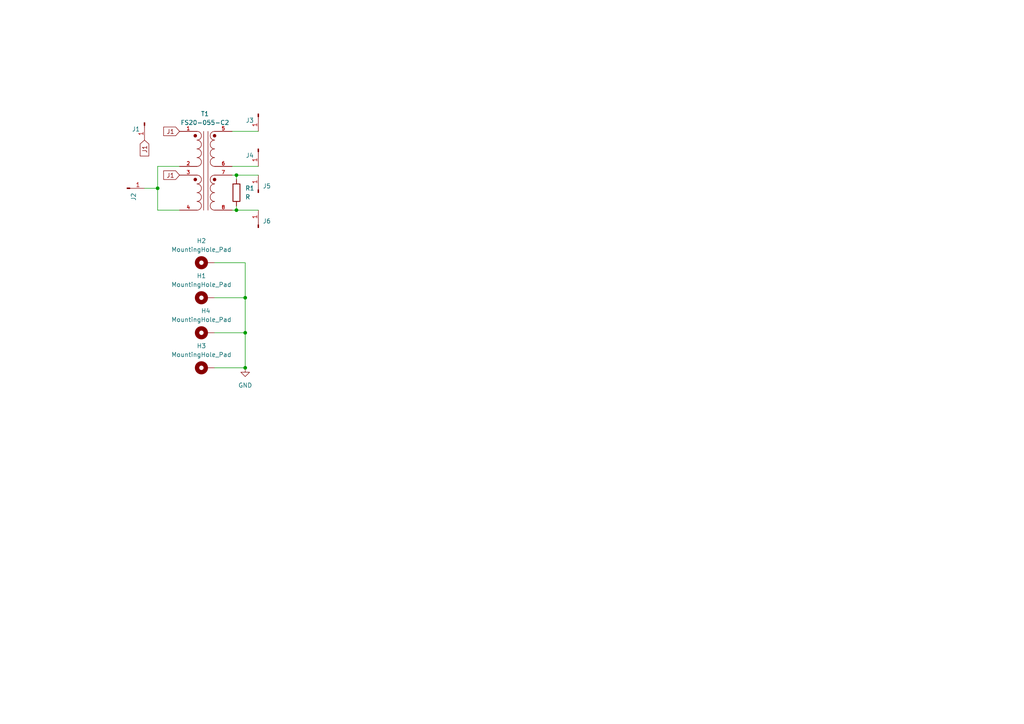
<source format=kicad_sch>
(kicad_sch
	(version 20231120)
	(generator "eeschema")
	(generator_version "8.0")
	(uuid "80437800-0924-4b39-9932-45527b65eef8")
	(paper "A4")
	(lib_symbols
		(symbol "Connector:Conn_01x01_Pin"
			(pin_names
				(offset 1.016) hide)
			(exclude_from_sim no)
			(in_bom yes)
			(on_board yes)
			(property "Reference" "J"
				(at 0 2.54 0)
				(effects
					(font
						(size 1.27 1.27)
					)
				)
			)
			(property "Value" "Conn_01x01_Pin"
				(at 0 -2.54 0)
				(effects
					(font
						(size 1.27 1.27)
					)
				)
			)
			(property "Footprint" ""
				(at 0 0 0)
				(effects
					(font
						(size 1.27 1.27)
					)
					(hide yes)
				)
			)
			(property "Datasheet" "~"
				(at 0 0 0)
				(effects
					(font
						(size 1.27 1.27)
					)
					(hide yes)
				)
			)
			(property "Description" "Generic connector, single row, 01x01, script generated"
				(at 0 0 0)
				(effects
					(font
						(size 1.27 1.27)
					)
					(hide yes)
				)
			)
			(property "ki_locked" ""
				(at 0 0 0)
				(effects
					(font
						(size 1.27 1.27)
					)
				)
			)
			(property "ki_keywords" "connector"
				(at 0 0 0)
				(effects
					(font
						(size 1.27 1.27)
					)
					(hide yes)
				)
			)
			(property "ki_fp_filters" "Connector*:*_1x??_*"
				(at 0 0 0)
				(effects
					(font
						(size 1.27 1.27)
					)
					(hide yes)
				)
			)
			(symbol "Conn_01x01_Pin_1_1"
				(polyline
					(pts
						(xy 1.27 0) (xy 0.8636 0)
					)
					(stroke
						(width 0.1524)
						(type default)
					)
					(fill
						(type none)
					)
				)
				(rectangle
					(start 0.8636 0.127)
					(end 0 -0.127)
					(stroke
						(width 0.1524)
						(type default)
					)
					(fill
						(type outline)
					)
				)
				(pin passive line
					(at 5.08 0 180)
					(length 3.81)
					(name "Pin_1"
						(effects
							(font
								(size 1.27 1.27)
							)
						)
					)
					(number "1"
						(effects
							(font
								(size 1.27 1.27)
							)
						)
					)
				)
			)
		)
		(symbol "Device:R"
			(pin_numbers hide)
			(pin_names
				(offset 0)
			)
			(exclude_from_sim no)
			(in_bom yes)
			(on_board yes)
			(property "Reference" "R"
				(at 2.032 0 90)
				(effects
					(font
						(size 1.27 1.27)
					)
				)
			)
			(property "Value" "R"
				(at 0 0 90)
				(effects
					(font
						(size 1.27 1.27)
					)
				)
			)
			(property "Footprint" ""
				(at -1.778 0 90)
				(effects
					(font
						(size 1.27 1.27)
					)
					(hide yes)
				)
			)
			(property "Datasheet" "~"
				(at 0 0 0)
				(effects
					(font
						(size 1.27 1.27)
					)
					(hide yes)
				)
			)
			(property "Description" "Resistor"
				(at 0 0 0)
				(effects
					(font
						(size 1.27 1.27)
					)
					(hide yes)
				)
			)
			(property "ki_keywords" "R res resistor"
				(at 0 0 0)
				(effects
					(font
						(size 1.27 1.27)
					)
					(hide yes)
				)
			)
			(property "ki_fp_filters" "R_*"
				(at 0 0 0)
				(effects
					(font
						(size 1.27 1.27)
					)
					(hide yes)
				)
			)
			(symbol "R_0_1"
				(rectangle
					(start -1.016 -2.54)
					(end 1.016 2.54)
					(stroke
						(width 0.254)
						(type default)
					)
					(fill
						(type none)
					)
				)
			)
			(symbol "R_1_1"
				(pin passive line
					(at 0 3.81 270)
					(length 1.27)
					(name "~"
						(effects
							(font
								(size 1.27 1.27)
							)
						)
					)
					(number "1"
						(effects
							(font
								(size 1.27 1.27)
							)
						)
					)
				)
				(pin passive line
					(at 0 -3.81 90)
					(length 1.27)
					(name "~"
						(effects
							(font
								(size 1.27 1.27)
							)
						)
					)
					(number "2"
						(effects
							(font
								(size 1.27 1.27)
							)
						)
					)
				)
			)
		)
		(symbol "FS20-055-C2:FS20-055-C2"
			(pin_names
				(offset 1.016)
			)
			(exclude_from_sim no)
			(in_bom yes)
			(on_board yes)
			(property "Reference" "T"
				(at -5.0839 12.7079 0)
				(effects
					(font
						(size 1.27 1.27)
					)
					(justify left bottom)
				)
			)
			(property "Value" "FS20-055-C2"
				(at -5.0814 -15.2427 0)
				(effects
					(font
						(size 1.27 1.27)
					)
					(justify left bottom)
				)
			)
			(property "Footprint" "FS20-055-C2:XFMR_FS20-055-C2"
				(at 0 0 0)
				(effects
					(font
						(size 1.27 1.27)
					)
					(justify bottom)
					(hide yes)
				)
			)
			(property "Datasheet" ""
				(at 0 0 0)
				(effects
					(font
						(size 1.27 1.27)
					)
					(hide yes)
				)
			)
			(property "Description" ""
				(at 0 0 0)
				(effects
					(font
						(size 1.27 1.27)
					)
					(hide yes)
				)
			)
			(property "PARTREV" "N/A"
				(at 0 0 0)
				(effects
					(font
						(size 1.27 1.27)
					)
					(justify bottom)
					(hide yes)
				)
			)
			(property "STANDARD" "Manufacturer Recommendations"
				(at 0 0 0)
				(effects
					(font
						(size 1.27 1.27)
					)
					(justify bottom)
					(hide yes)
				)
			)
			(property "MANUFACTURER" "Triad Magnetics"
				(at 0 0 0)
				(effects
					(font
						(size 1.27 1.27)
					)
					(justify bottom)
					(hide yes)
				)
			)
			(symbol "FS20-055-C2_0_0"
				(circle
					(center -3.048 -3.81)
					(radius 0.254)
					(stroke
						(width 0.508)
						(type default)
					)
					(fill
						(type none)
					)
				)
				(circle
					(center -3.048 8.89)
					(radius 0.254)
					(stroke
						(width 0.508)
						(type default)
					)
					(fill
						(type none)
					)
				)
				(arc
					(start -2.54 -12.7)
					(mid -1.2755 -11.43)
					(end -2.54 -10.16)
					(stroke
						(width 0.1524)
						(type default)
					)
					(fill
						(type none)
					)
				)
				(arc
					(start -2.54 -10.16)
					(mid -1.2755 -8.89)
					(end -2.54 -7.62)
					(stroke
						(width 0.1524)
						(type default)
					)
					(fill
						(type none)
					)
				)
				(arc
					(start -2.54 -7.62)
					(mid -1.2755 -6.35)
					(end -2.54 -5.08)
					(stroke
						(width 0.1524)
						(type default)
					)
					(fill
						(type none)
					)
				)
				(arc
					(start -2.54 -5.08)
					(mid -1.2755 -3.81)
					(end -2.54 -2.54)
					(stroke
						(width 0.1524)
						(type default)
					)
					(fill
						(type none)
					)
				)
				(arc
					(start -2.54 0)
					(mid -1.2755 1.27)
					(end -2.54 2.54)
					(stroke
						(width 0.1524)
						(type default)
					)
					(fill
						(type none)
					)
				)
				(arc
					(start -2.54 2.54)
					(mid -1.2755 3.81)
					(end -2.54 5.08)
					(stroke
						(width 0.1524)
						(type default)
					)
					(fill
						(type none)
					)
				)
				(arc
					(start -2.54 5.08)
					(mid -1.2755 6.35)
					(end -2.54 7.62)
					(stroke
						(width 0.1524)
						(type default)
					)
					(fill
						(type none)
					)
				)
				(arc
					(start -2.54 7.62)
					(mid -1.2755 8.89)
					(end -2.54 10.16)
					(stroke
						(width 0.1524)
						(type default)
					)
					(fill
						(type none)
					)
				)
				(polyline
					(pts
						(xy -0.635 10.16) (xy -0.635 -12.7)
					)
					(stroke
						(width 0.1524)
						(type default)
					)
					(fill
						(type none)
					)
				)
				(polyline
					(pts
						(xy 0.635 10.16) (xy 0.635 -12.7)
					)
					(stroke
						(width 0.1524)
						(type default)
					)
					(fill
						(type none)
					)
				)
				(arc
					(start 2.54 -10.16)
					(mid 1.2755 -11.43)
					(end 2.54 -12.7)
					(stroke
						(width 0.1524)
						(type default)
					)
					(fill
						(type none)
					)
				)
				(arc
					(start 2.54 -7.62)
					(mid 1.2755 -8.89)
					(end 2.54 -10.16)
					(stroke
						(width 0.1524)
						(type default)
					)
					(fill
						(type none)
					)
				)
				(arc
					(start 2.54 -5.08)
					(mid 1.2755 -6.35)
					(end 2.54 -7.62)
					(stroke
						(width 0.1524)
						(type default)
					)
					(fill
						(type none)
					)
				)
				(circle
					(center 2.54 -3.81)
					(radius 0.254)
					(stroke
						(width 0.508)
						(type default)
					)
					(fill
						(type none)
					)
				)
				(arc
					(start 2.54 -2.54)
					(mid 1.2755 -3.81)
					(end 2.54 -5.08)
					(stroke
						(width 0.1524)
						(type default)
					)
					(fill
						(type none)
					)
				)
				(arc
					(start 2.54 2.54)
					(mid 1.2755 1.27)
					(end 2.54 0)
					(stroke
						(width 0.1524)
						(type default)
					)
					(fill
						(type none)
					)
				)
				(arc
					(start 2.54 5.08)
					(mid 1.2755 3.81)
					(end 2.54 2.54)
					(stroke
						(width 0.1524)
						(type default)
					)
					(fill
						(type none)
					)
				)
				(arc
					(start 2.54 7.62)
					(mid 1.2755 6.35)
					(end 2.54 5.08)
					(stroke
						(width 0.1524)
						(type default)
					)
					(fill
						(type none)
					)
				)
				(circle
					(center 2.54 8.89)
					(radius 0.254)
					(stroke
						(width 0.508)
						(type default)
					)
					(fill
						(type none)
					)
				)
				(arc
					(start 2.54 10.16)
					(mid 1.2755 8.89)
					(end 2.54 7.62)
					(stroke
						(width 0.1524)
						(type default)
					)
					(fill
						(type none)
					)
				)
				(pin passive line
					(at -7.62 10.16 0)
					(length 5.08)
					(name "~"
						(effects
							(font
								(size 1.016 1.016)
							)
						)
					)
					(number "1"
						(effects
							(font
								(size 1.016 1.016)
							)
						)
					)
				)
				(pin passive line
					(at -7.62 0 0)
					(length 5.08)
					(name "~"
						(effects
							(font
								(size 1.016 1.016)
							)
						)
					)
					(number "2"
						(effects
							(font
								(size 1.016 1.016)
							)
						)
					)
				)
				(pin passive line
					(at -7.62 -2.54 0)
					(length 5.08)
					(name "~"
						(effects
							(font
								(size 1.016 1.016)
							)
						)
					)
					(number "3"
						(effects
							(font
								(size 1.016 1.016)
							)
						)
					)
				)
				(pin passive line
					(at -7.62 -12.7 0)
					(length 5.08)
					(name "~"
						(effects
							(font
								(size 1.016 1.016)
							)
						)
					)
					(number "4"
						(effects
							(font
								(size 1.016 1.016)
							)
						)
					)
				)
				(pin passive line
					(at 7.62 10.16 180)
					(length 5.08)
					(name "~"
						(effects
							(font
								(size 1.016 1.016)
							)
						)
					)
					(number "5"
						(effects
							(font
								(size 1.016 1.016)
							)
						)
					)
				)
				(pin passive line
					(at 7.62 0 180)
					(length 5.08)
					(name "~"
						(effects
							(font
								(size 1.016 1.016)
							)
						)
					)
					(number "6"
						(effects
							(font
								(size 1.016 1.016)
							)
						)
					)
				)
				(pin passive line
					(at 7.62 -2.54 180)
					(length 5.08)
					(name "~"
						(effects
							(font
								(size 1.016 1.016)
							)
						)
					)
					(number "7"
						(effects
							(font
								(size 1.016 1.016)
							)
						)
					)
				)
				(pin passive line
					(at 7.62 -12.7 180)
					(length 5.08)
					(name "~"
						(effects
							(font
								(size 1.016 1.016)
							)
						)
					)
					(number "8"
						(effects
							(font
								(size 1.016 1.016)
							)
						)
					)
				)
			)
		)
		(symbol "Mechanical:MountingHole_Pad"
			(pin_numbers hide)
			(pin_names
				(offset 1.016) hide)
			(exclude_from_sim yes)
			(in_bom no)
			(on_board yes)
			(property "Reference" "H"
				(at 0 6.35 0)
				(effects
					(font
						(size 1.27 1.27)
					)
				)
			)
			(property "Value" "MountingHole_Pad"
				(at 0 4.445 0)
				(effects
					(font
						(size 1.27 1.27)
					)
				)
			)
			(property "Footprint" ""
				(at 0 0 0)
				(effects
					(font
						(size 1.27 1.27)
					)
					(hide yes)
				)
			)
			(property "Datasheet" "~"
				(at 0 0 0)
				(effects
					(font
						(size 1.27 1.27)
					)
					(hide yes)
				)
			)
			(property "Description" "Mounting Hole with connection"
				(at 0 0 0)
				(effects
					(font
						(size 1.27 1.27)
					)
					(hide yes)
				)
			)
			(property "ki_keywords" "mounting hole"
				(at 0 0 0)
				(effects
					(font
						(size 1.27 1.27)
					)
					(hide yes)
				)
			)
			(property "ki_fp_filters" "MountingHole*Pad*"
				(at 0 0 0)
				(effects
					(font
						(size 1.27 1.27)
					)
					(hide yes)
				)
			)
			(symbol "MountingHole_Pad_0_1"
				(circle
					(center 0 1.27)
					(radius 1.27)
					(stroke
						(width 1.27)
						(type default)
					)
					(fill
						(type none)
					)
				)
			)
			(symbol "MountingHole_Pad_1_1"
				(pin input line
					(at 0 -2.54 90)
					(length 2.54)
					(name "1"
						(effects
							(font
								(size 1.27 1.27)
							)
						)
					)
					(number "1"
						(effects
							(font
								(size 1.27 1.27)
							)
						)
					)
				)
			)
		)
		(symbol "power:GND"
			(power)
			(pin_numbers hide)
			(pin_names
				(offset 0) hide)
			(exclude_from_sim no)
			(in_bom yes)
			(on_board yes)
			(property "Reference" "#PWR"
				(at 0 -6.35 0)
				(effects
					(font
						(size 1.27 1.27)
					)
					(hide yes)
				)
			)
			(property "Value" "GND"
				(at 0 -3.81 0)
				(effects
					(font
						(size 1.27 1.27)
					)
				)
			)
			(property "Footprint" ""
				(at 0 0 0)
				(effects
					(font
						(size 1.27 1.27)
					)
					(hide yes)
				)
			)
			(property "Datasheet" ""
				(at 0 0 0)
				(effects
					(font
						(size 1.27 1.27)
					)
					(hide yes)
				)
			)
			(property "Description" "Power symbol creates a global label with name \"GND\" , ground"
				(at 0 0 0)
				(effects
					(font
						(size 1.27 1.27)
					)
					(hide yes)
				)
			)
			(property "ki_keywords" "global power"
				(at 0 0 0)
				(effects
					(font
						(size 1.27 1.27)
					)
					(hide yes)
				)
			)
			(symbol "GND_0_1"
				(polyline
					(pts
						(xy 0 0) (xy 0 -1.27) (xy 1.27 -1.27) (xy 0 -2.54) (xy -1.27 -1.27) (xy 0 -1.27)
					)
					(stroke
						(width 0)
						(type default)
					)
					(fill
						(type none)
					)
				)
			)
			(symbol "GND_1_1"
				(pin power_in line
					(at 0 0 270)
					(length 0)
					(name "~"
						(effects
							(font
								(size 1.27 1.27)
							)
						)
					)
					(number "1"
						(effects
							(font
								(size 1.27 1.27)
							)
						)
					)
				)
			)
		)
	)
	(junction
		(at 71.12 106.68)
		(diameter 0)
		(color 0 0 0 0)
		(uuid "04d9d993-95e4-40fa-a154-e24502c7cf6c")
	)
	(junction
		(at 71.12 86.36)
		(diameter 0)
		(color 0 0 0 0)
		(uuid "6f95a0ee-1e0f-45d7-aebd-bf255f9cd979")
	)
	(junction
		(at 71.12 96.52)
		(diameter 0)
		(color 0 0 0 0)
		(uuid "8a43c25e-bf8e-4fc1-9841-7cab693896d5")
	)
	(junction
		(at 68.58 60.96)
		(diameter 0)
		(color 0 0 0 0)
		(uuid "9952fd8c-5bb4-4b6d-b42b-d32242566722")
	)
	(junction
		(at 68.58 50.8)
		(diameter 0)
		(color 0 0 0 0)
		(uuid "e18aa24d-64ec-48ef-82bc-cdf74a06182d")
	)
	(junction
		(at 45.72 54.61)
		(diameter 0)
		(color 0 0 0 0)
		(uuid "e4a77938-bd3d-4799-a823-2a8465c11599")
	)
	(wire
		(pts
			(xy 71.12 86.36) (xy 71.12 96.52)
		)
		(stroke
			(width 0)
			(type default)
		)
		(uuid "18c84b3a-6f51-45ce-90a3-24036c804467")
	)
	(wire
		(pts
			(xy 68.58 60.96) (xy 74.93 60.96)
		)
		(stroke
			(width 0)
			(type default)
		)
		(uuid "3c7588cc-0bbc-4d5f-950d-b1e27b33ab56")
	)
	(wire
		(pts
			(xy 68.58 59.69) (xy 68.58 60.96)
		)
		(stroke
			(width 0)
			(type default)
		)
		(uuid "47b2cc89-adde-4bab-8a4d-97c8b0cf7159")
	)
	(wire
		(pts
			(xy 45.72 48.26) (xy 45.72 54.61)
		)
		(stroke
			(width 0)
			(type default)
		)
		(uuid "50499c6b-00f5-47a8-8e8e-318b78e55064")
	)
	(wire
		(pts
			(xy 68.58 50.8) (xy 68.58 52.07)
		)
		(stroke
			(width 0)
			(type default)
		)
		(uuid "50cfb767-db5d-46a6-8674-72cb73fc39c1")
	)
	(wire
		(pts
			(xy 67.31 38.1) (xy 74.93 38.1)
		)
		(stroke
			(width 0)
			(type default)
		)
		(uuid "653b24ff-5ebe-4c15-97fe-4f8df9122e81")
	)
	(wire
		(pts
			(xy 52.07 48.26) (xy 45.72 48.26)
		)
		(stroke
			(width 0)
			(type default)
		)
		(uuid "73d269d9-9099-4862-825f-c5dae1ac0f98")
	)
	(wire
		(pts
			(xy 67.31 60.96) (xy 68.58 60.96)
		)
		(stroke
			(width 0)
			(type default)
		)
		(uuid "7575f6c3-1f0c-416b-b556-d48ba228915e")
	)
	(wire
		(pts
			(xy 71.12 96.52) (xy 71.12 106.68)
		)
		(stroke
			(width 0)
			(type default)
		)
		(uuid "876b0f4a-94d5-4e88-a5b9-6bec889a2018")
	)
	(wire
		(pts
			(xy 45.72 54.61) (xy 45.72 60.96)
		)
		(stroke
			(width 0)
			(type default)
		)
		(uuid "879c9854-43c3-4f94-9d65-411b022d30d6")
	)
	(wire
		(pts
			(xy 62.23 106.68) (xy 71.12 106.68)
		)
		(stroke
			(width 0)
			(type default)
		)
		(uuid "8aaba702-4c92-4357-8164-626bd8239ea5")
	)
	(wire
		(pts
			(xy 62.23 96.52) (xy 71.12 96.52)
		)
		(stroke
			(width 0)
			(type default)
		)
		(uuid "bf8769aa-af0b-4f13-9030-111998165bbb")
	)
	(wire
		(pts
			(xy 41.91 54.61) (xy 45.72 54.61)
		)
		(stroke
			(width 0)
			(type default)
		)
		(uuid "c37e16f9-d09f-4fe7-933f-864cdbd10664")
	)
	(wire
		(pts
			(xy 62.23 76.2) (xy 71.12 76.2)
		)
		(stroke
			(width 0)
			(type default)
		)
		(uuid "c4afecb4-1db4-4910-be2d-df2173dc0660")
	)
	(wire
		(pts
			(xy 45.72 60.96) (xy 52.07 60.96)
		)
		(stroke
			(width 0)
			(type default)
		)
		(uuid "c8a4e798-bffb-48d8-b95e-c32d862c6e91")
	)
	(wire
		(pts
			(xy 67.31 48.26) (xy 74.93 48.26)
		)
		(stroke
			(width 0)
			(type default)
		)
		(uuid "cd940218-1fca-47f5-87e2-63cb0fa80dff")
	)
	(wire
		(pts
			(xy 68.58 50.8) (xy 74.93 50.8)
		)
		(stroke
			(width 0)
			(type default)
		)
		(uuid "dae51b7c-d114-4194-be1a-2c3a77e1bfb2")
	)
	(wire
		(pts
			(xy 71.12 76.2) (xy 71.12 86.36)
		)
		(stroke
			(width 0)
			(type default)
		)
		(uuid "decf564f-539a-4d63-8378-4bcaee79fcb8")
	)
	(wire
		(pts
			(xy 62.23 86.36) (xy 71.12 86.36)
		)
		(stroke
			(width 0)
			(type default)
		)
		(uuid "e4926a07-6213-45bc-8bac-7dea1b29f838")
	)
	(wire
		(pts
			(xy 68.58 50.8) (xy 67.31 50.8)
		)
		(stroke
			(width 0)
			(type default)
		)
		(uuid "e803402c-aad1-4d92-9392-1cdcc6600880")
	)
	(global_label "J1"
		(shape input)
		(at 41.91 40.64 270)
		(fields_autoplaced yes)
		(effects
			(font
				(size 1.27 1.27)
			)
			(justify right)
		)
		(uuid "886bbe33-805b-4b05-9dd5-fe6c8d14faf2")
		(property "Intersheetrefs" "${INTERSHEET_REFS}"
			(at 41.91 45.8023 90)
			(effects
				(font
					(size 1.27 1.27)
				)
				(justify right)
				(hide yes)
			)
		)
	)
	(global_label "J1"
		(shape input)
		(at 52.07 50.8 180)
		(fields_autoplaced yes)
		(effects
			(font
				(size 1.27 1.27)
			)
			(justify right)
		)
		(uuid "aea9f261-eb12-4138-b3aa-72c81afac6b3")
		(property "Intersheetrefs" "${INTERSHEET_REFS}"
			(at 46.9077 50.8 0)
			(effects
				(font
					(size 1.27 1.27)
				)
				(justify right)
				(hide yes)
			)
		)
	)
	(global_label "J1"
		(shape input)
		(at 52.07 38.1 180)
		(fields_autoplaced yes)
		(effects
			(font
				(size 1.27 1.27)
			)
			(justify right)
		)
		(uuid "cf6d7c79-9b2d-4a5a-bd31-91940291ada4")
		(property "Intersheetrefs" "${INTERSHEET_REFS}"
			(at 46.9077 38.1 0)
			(effects
				(font
					(size 1.27 1.27)
				)
				(justify right)
				(hide yes)
			)
		)
	)
	(symbol
		(lib_id "Connector:Conn_01x01_Pin")
		(at 74.93 33.02 270)
		(unit 1)
		(exclude_from_sim no)
		(in_bom yes)
		(on_board yes)
		(dnp no)
		(uuid "0bded279-f2d6-405d-b6e9-0dfd0f582189")
		(property "Reference" "J3"
			(at 73.66 34.9251 90)
			(effects
				(font
					(size 1.27 1.27)
				)
				(justify right)
			)
		)
		(property "Value" "Conn_01x01_Pin"
			(at 79.502 32.004 90)
			(effects
				(font
					(size 1.27 1.27)
				)
				(justify right)
				(hide yes)
			)
		)
		(property "Footprint" "Connector_Wire:SolderWire-2sqmm_1x01_D2mm_OD3.9mm"
			(at 74.93 33.02 0)
			(effects
				(font
					(size 1.27 1.27)
				)
				(hide yes)
			)
		)
		(property "Datasheet" "~"
			(at 74.93 33.02 0)
			(effects
				(font
					(size 1.27 1.27)
				)
				(hide yes)
			)
		)
		(property "Description" "Generic connector, single row, 01x01, script generated"
			(at 74.93 33.02 0)
			(effects
				(font
					(size 1.27 1.27)
				)
				(hide yes)
			)
		)
		(pin "1"
			(uuid "65658553-02a8-4ffe-bd02-458f511a7a45")
		)
		(instances
			(project "Voltage_Transformer_test_board"
				(path "/80437800-0924-4b39-9932-45527b65eef8"
					(reference "J3")
					(unit 1)
				)
			)
		)
	)
	(symbol
		(lib_id "Connector:Conn_01x01_Pin")
		(at 74.93 66.04 90)
		(unit 1)
		(exclude_from_sim no)
		(in_bom yes)
		(on_board yes)
		(dnp no)
		(uuid "2ecf0bd3-c3e5-41f6-91f2-4544edb101e2")
		(property "Reference" "J6"
			(at 76.2 64.1349 90)
			(effects
				(font
					(size 1.27 1.27)
				)
				(justify right)
			)
		)
		(property "Value" "Conn_01x01_Pin"
			(at 70.358 67.056 90)
			(effects
				(font
					(size 1.27 1.27)
				)
				(justify right)
				(hide yes)
			)
		)
		(property "Footprint" "Connector_Wire:SolderWire-2sqmm_1x01_D2mm_OD3.9mm"
			(at 74.93 66.04 0)
			(effects
				(font
					(size 1.27 1.27)
				)
				(hide yes)
			)
		)
		(property "Datasheet" "~"
			(at 74.93 66.04 0)
			(effects
				(font
					(size 1.27 1.27)
				)
				(hide yes)
			)
		)
		(property "Description" "Generic connector, single row, 01x01, script generated"
			(at 74.93 66.04 0)
			(effects
				(font
					(size 1.27 1.27)
				)
				(hide yes)
			)
		)
		(pin "1"
			(uuid "2246bf76-9bd1-4a91-8689-4a5c7d51fe9e")
		)
		(instances
			(project "Voltage_Transformer_test_board"
				(path "/80437800-0924-4b39-9932-45527b65eef8"
					(reference "J6")
					(unit 1)
				)
			)
		)
	)
	(symbol
		(lib_id "Connector:Conn_01x01_Pin")
		(at 74.93 43.18 270)
		(unit 1)
		(exclude_from_sim no)
		(in_bom yes)
		(on_board yes)
		(dnp no)
		(uuid "3220b2a1-30f9-4d80-b5f5-2167457ff043")
		(property "Reference" "J4"
			(at 73.66 45.0851 90)
			(effects
				(font
					(size 1.27 1.27)
				)
				(justify right)
			)
		)
		(property "Value" "Conn_01x01_Pin"
			(at 79.502 42.164 90)
			(effects
				(font
					(size 1.27 1.27)
				)
				(justify right)
				(hide yes)
			)
		)
		(property "Footprint" "Connector_Wire:SolderWire-2sqmm_1x01_D2mm_OD3.9mm"
			(at 74.93 43.18 0)
			(effects
				(font
					(size 1.27 1.27)
				)
				(hide yes)
			)
		)
		(property "Datasheet" "~"
			(at 74.93 43.18 0)
			(effects
				(font
					(size 1.27 1.27)
				)
				(hide yes)
			)
		)
		(property "Description" "Generic connector, single row, 01x01, script generated"
			(at 74.93 43.18 0)
			(effects
				(font
					(size 1.27 1.27)
				)
				(hide yes)
			)
		)
		(pin "1"
			(uuid "d4c783cd-4fe0-4916-9e02-54fa28e5ad3f")
		)
		(instances
			(project "Voltage_Transformer_test_board"
				(path "/80437800-0924-4b39-9932-45527b65eef8"
					(reference "J4")
					(unit 1)
				)
			)
		)
	)
	(symbol
		(lib_id "power:GND")
		(at 71.12 106.68 0)
		(unit 1)
		(exclude_from_sim no)
		(in_bom yes)
		(on_board yes)
		(dnp no)
		(fields_autoplaced yes)
		(uuid "35c97909-8eca-498b-869e-b9c9aff5df55")
		(property "Reference" "#PWR01"
			(at 71.12 113.03 0)
			(effects
				(font
					(size 1.27 1.27)
				)
				(hide yes)
			)
		)
		(property "Value" "GND"
			(at 71.12 111.76 0)
			(effects
				(font
					(size 1.27 1.27)
				)
			)
		)
		(property "Footprint" ""
			(at 71.12 106.68 0)
			(effects
				(font
					(size 1.27 1.27)
				)
				(hide yes)
			)
		)
		(property "Datasheet" ""
			(at 71.12 106.68 0)
			(effects
				(font
					(size 1.27 1.27)
				)
				(hide yes)
			)
		)
		(property "Description" "Power symbol creates a global label with name \"GND\" , ground"
			(at 71.12 106.68 0)
			(effects
				(font
					(size 1.27 1.27)
				)
				(hide yes)
			)
		)
		(pin "1"
			(uuid "e0c0a2e5-0369-4ddf-bacf-512b4ed1c712")
		)
		(instances
			(project "Voltage_Transformer_test_board"
				(path "/80437800-0924-4b39-9932-45527b65eef8"
					(reference "#PWR01")
					(unit 1)
				)
			)
		)
	)
	(symbol
		(lib_id "FS20-055-C2:FS20-055-C2")
		(at 59.69 48.26 0)
		(unit 1)
		(exclude_from_sim no)
		(in_bom yes)
		(on_board yes)
		(dnp no)
		(fields_autoplaced yes)
		(uuid "391f0a67-7418-41fd-bbc7-4cfc6697af7f")
		(property "Reference" "T1"
			(at 59.436 33.02 0)
			(effects
				(font
					(size 1.27 1.27)
				)
			)
		)
		(property "Value" "FS20-055-C2"
			(at 59.436 35.56 0)
			(effects
				(font
					(size 1.27 1.27)
				)
			)
		)
		(property "Footprint" "Custom Transformers:XFMR_FS20-055-C2"
			(at 59.69 48.26 0)
			(effects
				(font
					(size 1.27 1.27)
				)
				(justify bottom)
				(hide yes)
			)
		)
		(property "Datasheet" ""
			(at 59.69 48.26 0)
			(effects
				(font
					(size 1.27 1.27)
				)
				(hide yes)
			)
		)
		(property "Description" ""
			(at 59.69 48.26 0)
			(effects
				(font
					(size 1.27 1.27)
				)
				(hide yes)
			)
		)
		(property "PARTREV" "N/A"
			(at 59.69 48.26 0)
			(effects
				(font
					(size 1.27 1.27)
				)
				(justify bottom)
				(hide yes)
			)
		)
		(property "STANDARD" "Manufacturer Recommendations"
			(at 59.69 48.26 0)
			(effects
				(font
					(size 1.27 1.27)
				)
				(justify bottom)
				(hide yes)
			)
		)
		(property "MANUFACTURER" "Triad Magnetics"
			(at 59.69 48.26 0)
			(effects
				(font
					(size 1.27 1.27)
				)
				(justify bottom)
				(hide yes)
			)
		)
		(pin "4"
			(uuid "5926ca4c-2047-4d92-95ad-38885ef68dba")
		)
		(pin "7"
			(uuid "03cf83a8-efac-4120-a8b6-4b6e488e2b26")
		)
		(pin "3"
			(uuid "d6f6a0c1-6472-4298-88c9-b1b41e9d3e32")
		)
		(pin "5"
			(uuid "72fa7ec7-65b4-4f33-9281-1b7cf16e7d2e")
		)
		(pin "8"
			(uuid "d4c0fc41-3ff3-4213-92ba-017851c564eb")
		)
		(pin "1"
			(uuid "c935b49b-6fdc-4aab-882b-0d2b87ca05cd")
		)
		(pin "6"
			(uuid "c49aa71a-62da-4c33-ae1c-c0be75d63e6a")
		)
		(pin "2"
			(uuid "912ceaa1-b6cd-4506-b3c8-33a00397f319")
		)
		(instances
			(project "Voltage_Transformer_test_board"
				(path "/80437800-0924-4b39-9932-45527b65eef8"
					(reference "T1")
					(unit 1)
				)
			)
		)
	)
	(symbol
		(lib_id "Mechanical:MountingHole_Pad")
		(at 59.69 96.52 90)
		(unit 1)
		(exclude_from_sim yes)
		(in_bom no)
		(on_board yes)
		(dnp no)
		(uuid "65a481b3-60e6-4461-840b-fb6229017b9d")
		(property "Reference" "H4"
			(at 59.69 90.17 90)
			(effects
				(font
					(size 1.27 1.27)
				)
			)
		)
		(property "Value" "MountingHole_Pad"
			(at 58.42 92.71 90)
			(effects
				(font
					(size 1.27 1.27)
				)
			)
		)
		(property "Footprint" "MountingHole:MountingHole_3.2mm_M3_DIN965_Pad_TopBottom"
			(at 59.69 96.52 0)
			(effects
				(font
					(size 1.27 1.27)
				)
				(hide yes)
			)
		)
		(property "Datasheet" "~"
			(at 59.69 96.52 0)
			(effects
				(font
					(size 1.27 1.27)
				)
				(hide yes)
			)
		)
		(property "Description" "Mounting Hole with connection"
			(at 59.69 96.52 0)
			(effects
				(font
					(size 1.27 1.27)
				)
				(hide yes)
			)
		)
		(pin "1"
			(uuid "16056a40-2a7f-494f-872a-00ab623cd058")
		)
		(instances
			(project "Voltage_Transformer_test_board"
				(path "/80437800-0924-4b39-9932-45527b65eef8"
					(reference "H4")
					(unit 1)
				)
			)
		)
	)
	(symbol
		(lib_id "Mechanical:MountingHole_Pad")
		(at 59.69 76.2 90)
		(unit 1)
		(exclude_from_sim yes)
		(in_bom no)
		(on_board yes)
		(dnp no)
		(fields_autoplaced yes)
		(uuid "6784740a-504a-4cff-b6ff-d66bf3d19e94")
		(property "Reference" "H2"
			(at 58.42 69.85 90)
			(effects
				(font
					(size 1.27 1.27)
				)
			)
		)
		(property "Value" "MountingHole_Pad"
			(at 58.42 72.39 90)
			(effects
				(font
					(size 1.27 1.27)
				)
			)
		)
		(property "Footprint" "MountingHole:MountingHole_3.2mm_M3_DIN965_Pad_TopBottom"
			(at 59.69 76.2 0)
			(effects
				(font
					(size 1.27 1.27)
				)
				(hide yes)
			)
		)
		(property "Datasheet" "~"
			(at 59.69 76.2 0)
			(effects
				(font
					(size 1.27 1.27)
				)
				(hide yes)
			)
		)
		(property "Description" "Mounting Hole with connection"
			(at 59.69 76.2 0)
			(effects
				(font
					(size 1.27 1.27)
				)
				(hide yes)
			)
		)
		(pin "1"
			(uuid "adc6d145-98a1-47f7-b199-c864e7035671")
		)
		(instances
			(project "Voltage_Transformer_test_board"
				(path "/80437800-0924-4b39-9932-45527b65eef8"
					(reference "H2")
					(unit 1)
				)
			)
		)
	)
	(symbol
		(lib_id "Mechanical:MountingHole_Pad")
		(at 59.69 86.36 90)
		(unit 1)
		(exclude_from_sim yes)
		(in_bom no)
		(on_board yes)
		(dnp no)
		(fields_autoplaced yes)
		(uuid "83cbd1c7-bace-4d6d-82d2-6db814c5161d")
		(property "Reference" "H1"
			(at 58.42 80.01 90)
			(effects
				(font
					(size 1.27 1.27)
				)
			)
		)
		(property "Value" "MountingHole_Pad"
			(at 58.42 82.55 90)
			(effects
				(font
					(size 1.27 1.27)
				)
			)
		)
		(property "Footprint" "MountingHole:MountingHole_3.2mm_M3_DIN965_Pad_TopBottom"
			(at 59.69 86.36 0)
			(effects
				(font
					(size 1.27 1.27)
				)
				(hide yes)
			)
		)
		(property "Datasheet" "~"
			(at 59.69 86.36 0)
			(effects
				(font
					(size 1.27 1.27)
				)
				(hide yes)
			)
		)
		(property "Description" "Mounting Hole with connection"
			(at 59.69 86.36 0)
			(effects
				(font
					(size 1.27 1.27)
				)
				(hide yes)
			)
		)
		(pin "1"
			(uuid "d588dabf-314c-4454-babc-070e3fb960dc")
		)
		(instances
			(project "Voltage_Transformer_test_board"
				(path "/80437800-0924-4b39-9932-45527b65eef8"
					(reference "H1")
					(unit 1)
				)
			)
		)
	)
	(symbol
		(lib_id "Connector:Conn_01x01_Pin")
		(at 41.91 35.56 270)
		(unit 1)
		(exclude_from_sim no)
		(in_bom yes)
		(on_board yes)
		(dnp no)
		(uuid "b866c124-9992-438a-be48-ef67e00b1607")
		(property "Reference" "J1"
			(at 40.64 37.4651 90)
			(effects
				(font
					(size 1.27 1.27)
				)
				(justify right)
			)
		)
		(property "Value" "Conn_01x01_Pin"
			(at 46.482 34.544 90)
			(effects
				(font
					(size 1.27 1.27)
				)
				(justify right)
				(hide yes)
			)
		)
		(property "Footprint" "Connector_Wire:SolderWire-2sqmm_1x01_D2mm_OD3.9mm"
			(at 41.91 35.56 0)
			(effects
				(font
					(size 1.27 1.27)
				)
				(hide yes)
			)
		)
		(property "Datasheet" "~"
			(at 41.91 35.56 0)
			(effects
				(font
					(size 1.27 1.27)
				)
				(hide yes)
			)
		)
		(property "Description" "Generic connector, single row, 01x01, script generated"
			(at 41.91 35.56 0)
			(effects
				(font
					(size 1.27 1.27)
				)
				(hide yes)
			)
		)
		(pin "1"
			(uuid "9d839a78-270d-4e61-8d2e-84d11f29c911")
		)
		(instances
			(project "Voltage_Transformer_test_board"
				(path "/80437800-0924-4b39-9932-45527b65eef8"
					(reference "J1")
					(unit 1)
				)
			)
		)
	)
	(symbol
		(lib_id "Connector:Conn_01x01_Pin")
		(at 36.83 54.61 0)
		(unit 1)
		(exclude_from_sim no)
		(in_bom yes)
		(on_board yes)
		(dnp no)
		(uuid "b9a7f688-9daa-41ee-b898-d178075f2592")
		(property "Reference" "J2"
			(at 38.7351 55.88 90)
			(effects
				(font
					(size 1.27 1.27)
				)
				(justify right)
			)
		)
		(property "Value" "Conn_01x01_Pin"
			(at 35.814 50.038 90)
			(effects
				(font
					(size 1.27 1.27)
				)
				(justify right)
				(hide yes)
			)
		)
		(property "Footprint" "Connector_Wire:SolderWire-2sqmm_1x01_D2mm_OD3.9mm"
			(at 36.83 54.61 0)
			(effects
				(font
					(size 1.27 1.27)
				)
				(hide yes)
			)
		)
		(property "Datasheet" "~"
			(at 36.83 54.61 0)
			(effects
				(font
					(size 1.27 1.27)
				)
				(hide yes)
			)
		)
		(property "Description" "Generic connector, single row, 01x01, script generated"
			(at 36.83 54.61 0)
			(effects
				(font
					(size 1.27 1.27)
				)
				(hide yes)
			)
		)
		(pin "1"
			(uuid "c1c67f25-a2b3-4218-8a3f-49cbf0c451ed")
		)
		(instances
			(project "Voltage_Transformer_test_board"
				(path "/80437800-0924-4b39-9932-45527b65eef8"
					(reference "J2")
					(unit 1)
				)
			)
		)
	)
	(symbol
		(lib_id "Connector:Conn_01x01_Pin")
		(at 74.93 55.88 90)
		(unit 1)
		(exclude_from_sim no)
		(in_bom yes)
		(on_board yes)
		(dnp no)
		(uuid "ba7fb99a-6338-4341-92ba-57797e1cdf7c")
		(property "Reference" "J5"
			(at 76.2 53.9749 90)
			(effects
				(font
					(size 1.27 1.27)
				)
				(justify right)
			)
		)
		(property "Value" "Conn_01x01_Pin"
			(at 70.358 56.896 90)
			(effects
				(font
					(size 1.27 1.27)
				)
				(justify right)
				(hide yes)
			)
		)
		(property "Footprint" "Connector_Wire:SolderWire-2sqmm_1x01_D2mm_OD3.9mm"
			(at 74.93 55.88 0)
			(effects
				(font
					(size 1.27 1.27)
				)
				(hide yes)
			)
		)
		(property "Datasheet" "~"
			(at 74.93 55.88 0)
			(effects
				(font
					(size 1.27 1.27)
				)
				(hide yes)
			)
		)
		(property "Description" "Generic connector, single row, 01x01, script generated"
			(at 74.93 55.88 0)
			(effects
				(font
					(size 1.27 1.27)
				)
				(hide yes)
			)
		)
		(pin "1"
			(uuid "14476331-8258-4a83-87f4-cd694920ded7")
		)
		(instances
			(project "Voltage_Transformer_test_board"
				(path "/80437800-0924-4b39-9932-45527b65eef8"
					(reference "J5")
					(unit 1)
				)
			)
		)
	)
	(symbol
		(lib_id "Mechanical:MountingHole_Pad")
		(at 59.69 106.68 90)
		(unit 1)
		(exclude_from_sim yes)
		(in_bom no)
		(on_board yes)
		(dnp no)
		(fields_autoplaced yes)
		(uuid "c00d395b-c56b-4d23-b9f8-c9943dfe30ca")
		(property "Reference" "H3"
			(at 58.42 100.33 90)
			(effects
				(font
					(size 1.27 1.27)
				)
			)
		)
		(property "Value" "MountingHole_Pad"
			(at 58.42 102.87 90)
			(effects
				(font
					(size 1.27 1.27)
				)
			)
		)
		(property "Footprint" "MountingHole:MountingHole_3.2mm_M3_DIN965_Pad_TopBottom"
			(at 59.69 106.68 0)
			(effects
				(font
					(size 1.27 1.27)
				)
				(hide yes)
			)
		)
		(property "Datasheet" "~"
			(at 59.69 106.68 0)
			(effects
				(font
					(size 1.27 1.27)
				)
				(hide yes)
			)
		)
		(property "Description" "Mounting Hole with connection"
			(at 59.69 106.68 0)
			(effects
				(font
					(size 1.27 1.27)
				)
				(hide yes)
			)
		)
		(pin "1"
			(uuid "afc127ea-9494-4fd8-835f-6fb0feb66732")
		)
		(instances
			(project "Voltage_Transformer_test_board"
				(path "/80437800-0924-4b39-9932-45527b65eef8"
					(reference "H3")
					(unit 1)
				)
			)
		)
	)
	(symbol
		(lib_id "Device:R")
		(at 68.58 55.88 0)
		(unit 1)
		(exclude_from_sim no)
		(in_bom yes)
		(on_board yes)
		(dnp no)
		(fields_autoplaced yes)
		(uuid "f4861d88-4fcd-430e-b7fa-23019ae2096c")
		(property "Reference" "R1"
			(at 71.12 54.6099 0)
			(effects
				(font
					(size 1.27 1.27)
				)
				(justify left)
			)
		)
		(property "Value" "R"
			(at 71.12 57.1499 0)
			(effects
				(font
					(size 1.27 1.27)
				)
				(justify left)
			)
		)
		(property "Footprint" "Resistor_THT:R_Axial_DIN0207_L6.3mm_D2.5mm_P10.16mm_Horizontal"
			(at 66.802 55.88 90)
			(effects
				(font
					(size 1.27 1.27)
				)
				(hide yes)
			)
		)
		(property "Datasheet" "~"
			(at 68.58 55.88 0)
			(effects
				(font
					(size 1.27 1.27)
				)
				(hide yes)
			)
		)
		(property "Description" "Resistor"
			(at 68.58 55.88 0)
			(effects
				(font
					(size 1.27 1.27)
				)
				(hide yes)
			)
		)
		(pin "1"
			(uuid "2da23aae-c387-4486-993e-0189237dfea6")
		)
		(pin "2"
			(uuid "0bad7747-30a1-4e89-82aa-8708661bfc93")
		)
		(instances
			(project "Voltage_Transformer_test_board"
				(path "/80437800-0924-4b39-9932-45527b65eef8"
					(reference "R1")
					(unit 1)
				)
			)
		)
	)
	(sheet_instances
		(path "/"
			(page "1")
		)
	)
)

</source>
